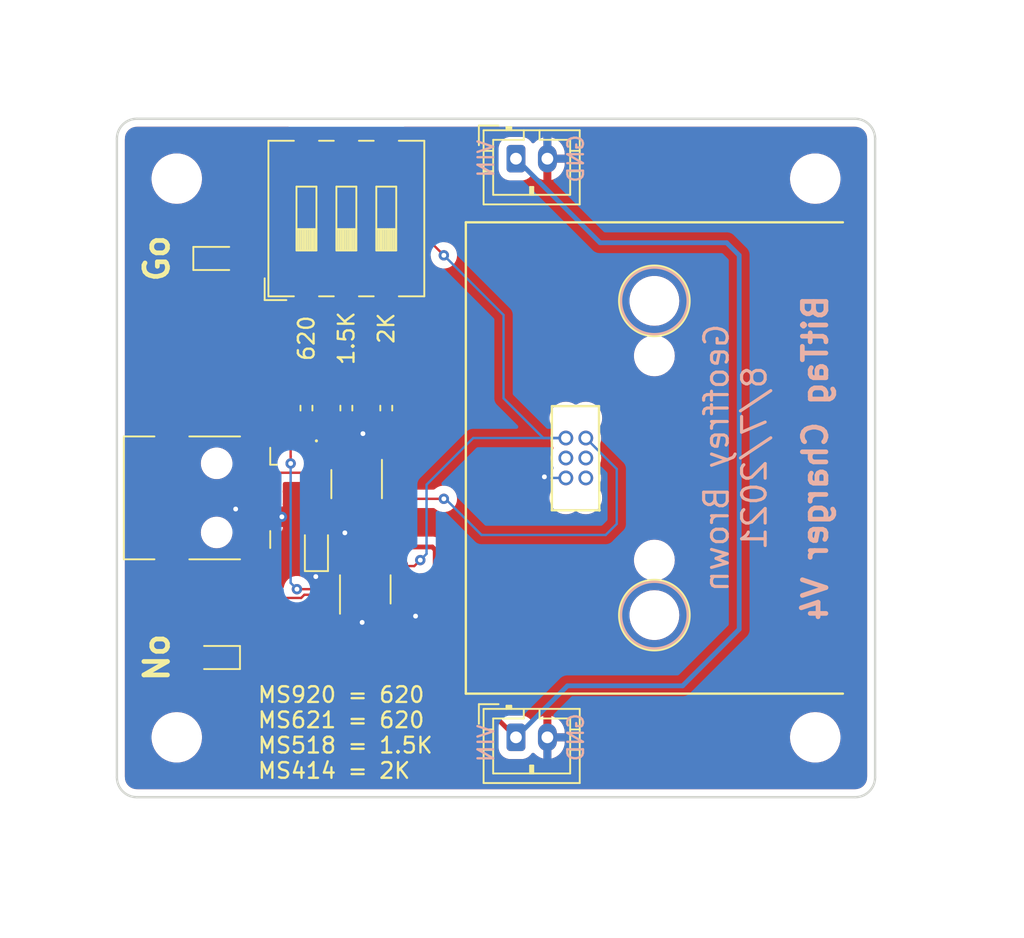
<source format=kicad_pcb>
(kicad_pcb (version 20211014) (generator pcbnew)
  (layers (0 "F.Cu" signal) (31 "B.Cu" signal) (34 "B.Paste" user) (35 "F.Paste" user) (36 "B.SilkS" user "B.Silkscreen") (37 "F.SilkS" user "F.Silkscreen") (38 "B.Mask" user) (39 "F.Mask" user) (44 "Edge.Cuts" user))
  (net 0 "")
  (net 1 "+3V3")
  (net 2 "GND")
  (net 3 "/VIN")
  (net 4 "TAG_VBAT")
  (net 5 "Net-(D102-Pad2)")
  (net 6 "Net-(D101-Pad1)")
  (net 7 "Net-(D103-Pad1)")
  (net 8 "Net-(R101-Pad1)")
  (net 9 "/Vsense")
  (net 10 "Net-(R105-Pad1)")
  (net 11 "Net-(D104-Pad2)")
  (net 12 "Net-(R1-Pad1)")
  (net 13 "Net-(R106-Pad1)")
  (net 14 "Net-(R107-Pad1)")
  (footprint "Package_TO_SOT_SMD:SOT-23-5" (layer "F.Cu") (at 132.1 71.515 -90)
    (fp_text reference "U106" hide)
    (fp_text value "TLV70A933_SOT23-5" hide)
    (fp_line (start -0.9 1.61) (end 0.9 1.61) (layer "F.SilkS") (width 0.12))
    (fp_line (start 0.9 -1.61) (end -1.55 -1.61) (layer "F.SilkS") (width 0.12))
    (pad "1" smd rect locked (at -1.1 -0.95 270) (size 1.06 0.65) (layers "F.Cu" "F.Paste" "F.Mask") (net 1 "+3V3"))
    (pad "2" smd rect locked (at -1.1 0 270) (size 1.06 0.65) (layers "F.Cu" "F.Paste" "F.Mask") (net 2 "GND"))
    (pad "3" smd rect locked (at -1.1 0.95 270) (size 1.06 0.65) (layers "F.Cu" "F.Paste" "F.Mask") (net 3 "/VIN"))
    (pad "4" smd rect locked (at 1.1 0.95 270) (size 1.06 0.65) (layers "F.Cu" "F.Paste" "F.Mask"))
    (pad "5" smd rect locked (at 1.1 -0.95 270) (size 1.06 0.65) (layers "F.Cu" "F.Paste" "F.Mask") (net 3 "/VIN"))
  )
  (footprint "Package_TO_SOT_SMD:SOT-23-6" (layer "F.Cu") (at 132.65 78.215 90)
    (fp_text reference "U101" hide)
    (fp_text value "TLV6700" hide)
    (fp_line (start -0.9 1.61) (end 0.9 1.61) (layer "F.SilkS") (width 0.12))
    (fp_line (start 0.9 -1.61) (end -1.55 -1.61) (layer "F.SilkS") (width 0.12))
    (pad "1" smd rect locked (at -1.1 -0.95 90) (size 1.06 0.65) (layers "F.Cu" "F.Paste" "F.Mask") (net 8 "Net-(R101-Pad1)"))
    (pad "2" smd rect locked (at -1.1 0 90) (size 1.06 0.65) (layers "F.Cu" "F.Paste" "F.Mask") (net 2 "GND"))
    (pad "3" smd rect locked (at -1.1 0.95 90) (size 1.06 0.65) (layers "F.Cu" "F.Paste" "F.Mask") (net 9 "/Vsense"))
    (pad "4" smd rect locked (at 1.1 0.95 90) (size 1.06 0.65) (layers "F.Cu" "F.Paste" "F.Mask") (net 9 "/Vsense"))
    (pad "5" smd rect locked (at 1.1 0 90) (size 1.06 0.65) (layers "F.Cu" "F.Paste" "F.Mask") (net 3 "/VIN"))
    (pad "6" smd rect locked (at 1.1 -0.95 90) (size 1.06 0.65) (layers "F.Cu" "F.Paste" "F.Mask") (net 10 "Net-(R105-Pad1)"))
  )
  (footprint "Mounting_Holes:MountingHole_2.2mm_M2" (layer "F.Cu") (at 120.65 87.63)
    (fp_text reference "MK101" hide)
    (fp_text value "Mounting_Hole" hide)
    (pad "" np_thru_hole circle locked (at 0 0) (size 2.2 2.2) (drill 2.2) (layers *.Cu *.Mask))
  )
  (footprint "Mounting_Holes:MountingHole_2.2mm_M2" (layer "F.Cu") (at 120.65 52.07)
    (fp_text reference "MK102" hide)
    (fp_text value "Mounting_Hole" hide)
    (pad "" np_thru_hole circle locked (at 0 0) (size 2.2 2.2) (drill 2.2) (layers *.Cu *.Mask))
  )
  (footprint "Mounting_Holes:MountingHole_2.2mm_M2" (layer "F.Cu") (at 161.29 52.07)
    (fp_text reference "MK103" hide)
    (fp_text value "Mounting_Hole" hide)
    (pad "" np_thru_hole circle locked (at 0 0) (size 2.2 2.2) (drill 2.2) (layers *.Cu *.Mask))
  )
  (footprint "Mounting_Holes:MountingHole_2.2mm_M2" (layer "F.Cu") (at 161.29 87.63)
    (fp_text reference "MK104" hide)
    (fp_text value "Mounting_Hole" hide)
    (pad "" np_thru_hole circle locked (at 0 0) (size 2.2 2.2) (drill 2.2) (layers *.Cu *.Mask))
  )
  (footprint "MultiCharger:6pin_tagpoints_new_offset" (layer "F.Cu") (at 146.05 69.85 90)
    (fp_text reference "J103" hide)
    (fp_text value "Tagbase" hide)
    (fp_circle (center 10 5) (end 11.5 6.5) (layer "B.SilkS") (width 0.15) (fill none))
    (fp_circle (center -10 5) (end -8.5 6.5) (layer "B.SilkS") (width 0.15) (fill none))
    (fp_line (start -15 -7) (end -15 17) (layer "F.SilkS") (width 0.15))
    (fp_line (start 15 17) (end 15 -7) (layer "F.SilkS") (width 0.15))
    (fp_line (start 3.302 1.4732) (end -3.3528 1.4986) (layer "F.SilkS") (width 0.15))
    (fp_line (start -3.3274 1.524) (end -3.3274 -1.524) (layer "F.SilkS") (width 0.15))
    (fp_line (start -3.3274 -1.524) (end 3.302 -1.524) (layer "F.SilkS") (width 0.15))
    (fp_line (start 3.302 -1.4732) (end 3.302 1.4748) (layer "F.SilkS") (width 0.15))
    (fp_line (start 15 -7) (end -15 -7) (layer "F.SilkS") (width 0.15))
    (fp_circle (center 10 5) (end 11 7) (layer "F.SilkS") (width 0.15) (fill none))
    (fp_circle (center -10 5) (end -9 7) (layer "F.SilkS") (width 0.15) (fill none))
    (pad "" np_thru_hole circle locked (at 2.54 0.635 90) (size 1.0668 1.0668) (drill 1.0668) (layers *.Cu))
    (pad "" np_thru_hole circle locked (at -2.54 -0.635 90) (size 1.0668 1.0668) (drill 1.0668) (layers *.Cu))
    (pad "" np_thru_hole circle locked (at -6.5 5 90) (size 1.5875 1.5875) (drill 1.5875) (layers *.Cu *.Mask))
    (pad "" np_thru_hole circle locked (at 2.54 -0.635 90) (size 1.0668 1.0668) (drill 1.0668) (layers *.Cu))
    (pad "" np_thru_hole circle locked (at -10 5 90) (size 2.16 2.16) (drill 2.16) (layers *.Cu *.Mask))
    (pad "" np_thru_hole circle locked (at 6.5 5 90) (size 1.5875 1.5875) (drill 1.5875) (layers *.Cu *.Mask))
    (pad "" np_thru_hole circle locked (at -2.54 0.635 90) (size 1.0668 1.0668) (drill 1.0668) (layers *.Cu))
    (pad "" np_thru_hole circle locked (at 10 5 90) (size 2.16 2.16) (drill 2.16) (layers *.Cu *.Mask))
    (pad "1" thru_hole circle locked (at -1.27 0.635 90) (size 0.9398 0.9398) (drill 0.6096) (layers *.Cu *.Mask))
    (pad "2" thru_hole circle locked (at -1.27 -0.635 90) (size 0.9398 0.9398) (drill 0.6096) (layers *.Cu *.Mask) (net 2 "GND"))
    (pad "3" thru_hole circle locked (at 0 0.635 90) (size 0.9398 0.9398) (drill 0.6096) (layers *.Cu *.Mask))
    (pad "4" thru_hole circle locked (at 0 -0.635 90) (size 0.9398 0.9398) (drill 0.6096) (layers *.Cu *.Mask))
    (pad "5" thru_hole circle locked (at 1.27 0.635 90) (size 0.9398 0.9398) (drill 0.6096) (layers *.Cu *.Mask) (net 1 "+3V3"))
    (pad "6" thru_hole circle locked (at 1.27 -0.635 90) (size 0.9398 0.9398) (drill 0.6096) (layers *.Cu *.Mask) (net 4 "TAG_VBAT"))
  )
  (footprint "Capacitor_SMD:C_0402_1005Metric" (layer "F.Cu") (at 132.05 75.515 180)
    (fp_text reference "C101" hide)
    (fp_text value "0.1uF" hide)
    (pad "1" smd roundrect locked (at -0.485 0 180) (size 0.59 0.64) (layers "F.Cu" "F.Paste" "F.Mask") (net 3 "/VIN"))
    (pad "2" smd roundrect locked (at 0.485 0 180) (size 0.59 0.64) (layers "F.Cu" "F.Paste" "F.Mask") (net 2 "GND"))
  )
  (footprint "Capacitor_SMD:C_0402_1005Metric" (layer "F.Cu") (at 131.5 69)
    (fp_text reference "C106" hide)
    (fp_text value "1uF" hide)
    (pad "1" smd roundrect locked (at -0.485 0) (size 0.59 0.64) (layers "F.Cu" "F.Paste" "F.Mask") (net 3 "/VIN"))
    (pad "2" smd roundrect locked (at 0.485 0) (size 0.59 0.64) (layers "F.Cu" "F.Paste" "F.Mask") (net 2 "GND"))
  )
  (footprint "Capacitor_SMD:C_0402_1005Metric" (layer "F.Cu") (at 133.5 69 180)
    (fp_text reference "C107" hide)
    (fp_text value "2.2uF" hide)
    (pad "1" smd roundrect locked (at -0.485 0 180) (size 0.59 0.64) (layers "F.Cu" "F.Paste" "F.Mask") (net 1 "+3V3"))
    (pad "2" smd roundrect locked (at 0.485 0 180) (size 0.59 0.64) (layers "F.Cu" "F.Paste" "F.Mask") (net 2 "GND"))
  )
  (footprint "LED_SMD:LED_0603_1608Metric" (layer "F.Cu") (at 123.19 82.55 180)
    (fp_text reference "D101" hide)
    (fp_text value "No Go" hide)
    (fp_line (start -1.485 0.735) (end 0.8 0.735) (layer "F.SilkS") (width 0.12))
    (fp_line (start 0.8 -0.735) (end -1.485 -0.735) (layer "F.SilkS") (width 0.12))
    (fp_line (start -1.485 -0.735) (end -1.485 0.735) (layer "F.SilkS") (width 0.12))
    (pad "1" smd roundrect locked (at -0.7875 0 180) (size 0.875 0.95) (layers "F.Cu" "F.Paste" "F.Mask") (net 6 "Net-(D101-Pad1)"))
    (pad "2" smd roundrect locked (at 0.7875 0 180) (size 0.875 0.95) (layers "F.Cu" "F.Paste" "F.Mask") (net 3 "/VIN"))
  )
  (footprint "LED_SMD:LED_0603_1608Metric" (layer "F.Cu") (at 129.54 75.565 90)
    (fp_text reference "D102" hide)
    (fp_text value "LED" hide)
    (fp_line (start -1.485 -0.735) (end -1.485 0.735) (layer "F.SilkS") (width 0.12))
    (fp_line (start 0.8 -0.735) (end -1.485 -0.735) (layer "F.SilkS") (width 0.12))
    (fp_line (start -1.485 0.735) (end 0.8 0.735) (layer "F.SilkS") (width 0.12))
    (pad "1" smd roundrect locked (at -0.7875 0 90) (size 0.875 0.95) (layers "F.Cu" "F.Paste" "F.Mask") (net 2 "GND"))
    (pad "2" smd roundrect locked (at 0.7875 0 90) (size 0.875 0.95) (layers "F.Cu" "F.Paste" "F.Mask") (net 5 "Net-(D102-Pad2)"))
  )
  (footprint "LED_SMD:LED_0603_1608Metric" (layer "F.Cu") (at 123.19 57.15)
    (fp_text reference "D103" hide)
    (fp_text value "Go" hide)
    (fp_line (start -1.485 -0.735) (end -1.485 0.735) (layer "F.SilkS") (width 0.12))
    (fp_line (start 0.8 -0.735) (end -1.485 -0.735) (layer "F.SilkS") (width 0.12))
    (fp_line (start -1.485 0.735) (end 0.8 0.735) (layer "F.SilkS") (width 0.12))
    (pad "1" smd roundrect locked (at -0.7875 0) (size 0.875 0.95) (layers "F.Cu" "F.Paste" "F.Mask") (net 7 "Net-(D103-Pad1)"))
    (pad "2" smd roundrect locked (at 0.7875 0) (size 0.875 0.95) (layers "F.Cu" "F.Paste" "F.Mask") (net 3 "/VIN"))
  )
  (footprint "Connector_USB:USB_Mini-B_Lumberg_2486_01_Horizontal" (layer "F.Cu") (at 123.19 72.39 -90)
    (fp_text reference "J104" hide)
    (fp_text value "USB_B_Mini" hide)
    (fp_line (start -2.11 -3.41) (end -2.11 -3.84) (layer "F.SilkS") (width 0.12))
    (fp_line (start 3.91 5.91) (end -3.91 5.91) (layer "F.SilkS") (width 0.12))
    (fp_line (start -3.91 5.91) (end -3.91 3.96) (layer "F.SilkS") (width 0.12))
    (fp_line (start -3.91 1.74) (end -3.91 -1.49) (layer "F.SilkS") (width 0.12))
    (fp_line (start -3.19 -3.41) (end -2.11 -3.41) (layer "F.SilkS") (width 0.12))
    (fp_line (start 2.11 -3.41) (end 3.19 -3.41) (layer "F.SilkS") (width 0.12))
    (fp_line (start 3.91 5.91) (end 3.91 3.96) (layer "F.SilkS") (width 0.12))
    (fp_line (start 3.91 1.74) (end 3.91 -1.49) (layer "F.SilkS") (width 0.12))
    (pad "" np_thru_hole circle locked (at 2.2 0 270) (size 1 1) (drill 1) (layers *.Cu *.Mask))
    (pad "" np_thru_hole circle locked (at -2.2 0 270) (size 1 1) (drill 1) (layers *.Cu *.Mask))
    (pad "1" smd rect locked (at -1.6 -2.7 270) (size 0.5 2) (layers "F.Cu" "F.Paste" "F.Mask") (net 11 "Net-(D104-Pad2)"))
    (pad "2" smd rect locked (at -0.8 -2.7 270) (size 0.5 2) (layers "F.Cu" "F.Paste" "F.Mask"))
    (pad "3" smd rect locked (at 0 -2.7 270) (size 0.5 2) (layers "F.Cu" "F.Paste" "F.Mask"))
    (pad "4" smd rect locked (at 0.8 -2.7 270) (size 0.5 2) (layers "F.Cu" "F.Paste" "F.Mask") (net 2 "GND"))
    (pad "5" smd rect locked (at 1.6 -2.7 270) (size 0.5 2) (layers "F.Cu" "F.Paste" "F.Mask") (net 2 "GND"))
    (pad "6" smd rect locked (at 4.45 -2.6 270) (size 2 1.7) (layers "F.Cu" "F.Paste" "F.Mask") (net 2 "GND"))
    (pad "6" smd rect locked (at -4.45 2.85 270) (size 2 1.7) (layers "F.Cu" "F.Paste" "F.Mask") (net 2 "GND"))
    (pad "6" smd rect locked (at -4.45 -2.6 270) (size 2 1.7) (layers "F.Cu" "F.Paste" "F.Mask") (net 2 "GND"))
    (pad "6" smd rect locked (at 4.45 2.85 270) (size 2 1.7) (layers "F.Cu" "F.Paste" "F.Mask") (net 2 "GND"))
  )
  (footprint "Resistor_SMD:R_0402_1005Metric" (layer "F.Cu") (at 128.905 66.675 -90)
    (fp_text reference "R1" hide)
    (fp_text value "620" hide)
    (fp_line (start -0.153641 0.38) (end 0.153641 0.38) (layer "F.SilkS") (width 0.12))
    (fp_line (start -0.153641 -0.38) (end 0.153641 -0.38) (layer "F.SilkS") (width 0.12))
    (pad "1" smd roundrect locked (at -0.51 0 270) (size 0.54 0.64) (layers "F.Cu" "F.Paste" "F.Mask") (net 12 "Net-(R1-Pad1)"))
    (pad "2" smd roundrect locked (at 0.51 0 270) (size 0.54 0.64) (layers "F.Cu" "F.Paste" "F.Mask") (net 1 "+3V3"))
  )
  (footprint "Resistor_SMD:R_0402_1005Metric" (layer "F.Cu") (at 129.54 72.39 -90)
    (fp_text reference "R102" hide)
    (fp_text value "1K" hide)
    (pad "1" smd roundrect locked (at -0.485 0 270) (size 0.59 0.64) (layers "F.Cu" "F.Paste" "F.Mask") (net 11 "Net-(D104-Pad2)"))
    (pad "2" smd roundrect locked (at 0.485 0 270) (size 0.59 0.64) (layers "F.Cu" "F.Paste" "F.Mask") (net 5 "Net-(D102-Pad2)"))
  )
  (footprint "Resistor_SMD:R_0402_1005Metric" (layer "F.Cu") (at 135.05 77.215 -90)
    (fp_text reference "R103" hide)
    (fp_text value "910K" hide)
    (pad "1" smd roundrect locked (at -0.485 0 270) (size 0.59 0.64) (layers "F.Cu" "F.Paste" "F.Mask") (net 4 "TAG_VBAT"))
    (pad "2" smd roundrect locked (at 0.485 0 270) (size 0.59 0.64) (layers "F.Cu" "F.Paste" "F.Mask") (net 9 "/Vsense"))
  )
  (footprint "Resistor_SMD:R_0402_1005Metric" (layer "F.Cu") (at 135.05 79.215 -90)
    (fp_text reference "R104" hide)
    (fp_text value "130K" hide)
    (pad "1" smd roundrect locked (at -0.485 0 270) (size 0.59 0.64) (layers "F.Cu" "F.Paste" "F.Mask") (net 9 "/Vsense"))
    (pad "2" smd roundrect locked (at 0.485 0 270) (size 0.59 0.64) (layers "F.Cu" "F.Paste" "F.Mask") (net 2 "GND"))
  )
  (footprint "Resistor_SMD:R_0402_1005Metric" (layer "F.Cu") (at 122.555 59.69 180)
    (fp_text reference "R105" hide)
    (fp_text value "1K" hide)
    (pad "1" smd roundrect locked (at -0.485 0 180) (size 0.59 0.64) (layers "F.Cu" "F.Paste" "F.Mask") (net 10 "Net-(R105-Pad1)"))
    (pad "2" smd roundrect locked (at 0.485 0 180) (size 0.59 0.64) (layers "F.Cu" "F.Paste" "F.Mask") (net 7 "Net-(D103-Pad1)"))
  )
  (footprint "Connector_JST:JST_PH_B2B-PH-K_1x02_P2.00mm_Vertical" (layer "F.Cu") (at 142.24 50.8)
    (fp_text reference "J101" hide)
    (fp_text value "Conn_01x02" hide)
    (fp_line (start 4.06 -0.5) (end 3.45 -0.5) (layer "F.SilkS") (width 0.12))
    (fp_line (start 0.5 -1.2) (end -1.45 -1.2) (layer "F.SilkS") (width 0.12))
    (fp_line (start -2.06 0.8) (end -1.45 0.8) (layer "F.SilkS") (width 0.12))
    (fp_line (start -2.06 -0.5) (end -1.45 -0.5) (layer "F.SilkS") (width 0.12))
    (fp_line (start -2.06 -1.81) (end -2.06 2.91) (layer "F.SilkS") (width 0.12))
    (fp_line (start -1.11 -2.11) (end -2.36 -2.11) (layer "F.SilkS") (width 0.12))
    (fp_line (start -0.3 -1.91) (end -0.6 -1.91) (layer "F.SilkS") (width 0.12))
    (fp_line (start 1 2.3) (end 1 1.8) (layer "F.SilkS") (width 0.12))
    (fp_line (start -2.36 -2.11) (end -2.36 -0.86) (layer "F.SilkS") (width 0.12))
    (fp_line (start -0.6 -2.01) (end -0.6 -1.81) (layer "F.SilkS") (width 0.12))
    (fp_line (start -0.3 -1.81) (end -0.3 -2.01) (layer "F.SilkS") (width 0.12))
    (fp_line (start -0.3 -2.01) (end -0.6 -2.01) (layer "F.SilkS") (width 0.12))
    (fp_line (start 1.1 1.8) (end 1.1 2.3) (layer "F.SilkS") (width 0.12))
    (fp_line (start 3.45 2.3) (end 3.45 -1.2) (layer "F.SilkS") (width 0.12))
    (fp_line (start 4.06 2.91) (end 4.06 -1.81) (layer "F.SilkS") (width 0.12))
    (fp_line (start 1.5 -1.2) (end 1.5 -1.81) (layer "F.SilkS") (width 0.12))
    (fp_line (start 0.9 1.8) (end 1.1 1.8) (layer "F.SilkS") (width 0.12))
    (fp_line (start 0.5 -1.81) (end 0.5 -1.2) (layer "F.SilkS") (width 0.12))
    (fp_line (start -2.06 2.91) (end 4.06 2.91) (layer "F.SilkS") (width 0.12))
    (fp_line (start 4.06 0.8) (end 3.45 0.8) (layer "F.SilkS") (width 0.12))
    (fp_line (start -1.45 -1.2) (end -1.45 2.3) (layer "F.SilkS") (width 0.12))
    (fp_line (start 3.45 -1.2) (end 1.5 -1.2) (layer "F.SilkS") (width 0.12))
    (fp_line (start 4.06 -1.81) (end -2.06 -1.81) (layer "F.SilkS") (width 0.12))
    (fp_line (start -1.45 2.3) (end 3.45 2.3) (layer "F.SilkS") (width 0.12))
    (fp_line (start 0.9 2.3) (end 0.9 1.8) (layer "F.SilkS") (width 0.12))
    (pad "1" thru_hole roundrect locked (at 0 0) (size 1.2 1.75) (drill 0.75) (layers *.Cu *.Mask) (roundrect_rratio 0.208333) (net 3 "/VIN"))
    (pad "2" thru_hole oval locked (at 2 0) (size 1.2 1.75) (drill 0.75) (layers *.Cu *.Mask) (net 2 "GND"))
  )
  (footprint "Connector_JST:JST_PH_B2B-PH-K_1x02_P2.00mm_Vertical" (layer "F.Cu") (at 142.24 87.63)
    (fp_text reference "J102" hide)
    (fp_text value "Conn_01x02" hide)
    (fp_line (start -2.36 -2.11) (end -2.36 -0.86) (layer "F.SilkS") (width 0.12))
    (fp_line (start 3.45 2.3) (end 3.45 -1.2) (layer "F.SilkS") (width 0.12))
    (fp_line (start -2.06 -0.5) (end -1.45 -0.5) (layer "F.SilkS") (width 0.12))
    (fp_line (start -2.06 2.91) (end 4.06 2.91) (layer "F.SilkS") (width 0.12))
    (fp_line (start -0.3 -1.91) (end -0.6 -1.91) (layer "F.SilkS") (width 0.12))
    (fp_line (start -0.6 -2.01) (end -0.6 -1.81) (layer "F.SilkS") (width 0.12))
    (fp_line (start -0.3 -2.01) (end -0.6 -2.01) (layer "F.SilkS") (width 0.12))
    (fp_line (start -0.3 -1.81) (end -0.3 -2.01) (layer "F.SilkS") (width 0.12))
    (fp_line (start -1.45 -1.2) (end -1.45 2.3) (layer "F.SilkS") (width 0.12))
    (fp_line (start 4.06 2.91) (end 4.06 -1.81) (layer "F.SilkS") (width 0.12))
    (fp_line (start 4.06 -1.81) (end -2.06 -1.81) (layer "F.SilkS") (width 0.12))
    (fp_line (start 1.1 1.8) (end 1.1 2.3) (layer "F.SilkS") (width 0.12))
    (fp_line (start 0.5 -1.2) (end -1.45 -1.2) (layer "F.SilkS") (width 0.12))
    (fp_line (start -2.06 -1.81) (end -2.06 2.91) (layer "F.SilkS") (width 0.12))
    (fp_line (start 4.06 -0.5) (end 3.45 -0.5) (layer "F.SilkS") (width 0.12))
    (fp_line (start -1.45 2.3) (end 3.45 2.3) (layer "F.SilkS") (width 0.12))
    (fp_line (start 4.06 0.8) (end 3.45 0.8) (layer "F.SilkS") (width 0.12))
    (fp_line (start 0.9 2.3) (end 0.9 1.8) (layer "F.SilkS") (width 0.12))
    (fp_line (start 3.45 -1.2) (end 1.5 -1.2) (layer "F.SilkS") (width 0.12))
    (fp_line (start 1 2.3) (end 1 1.8) (layer "F.SilkS") (width 0.12))
    (fp_line (start -1.11 -2.11) (end -2.36 -2.11) (layer "F.SilkS") (width 0.12))
    (fp_line (start 0.9 1.8) (end 1.1 1.8) (layer "F.SilkS") (width 0.12))
    (fp_line (start -2.06 0.8) (end -1.45 0.8) (layer "F.SilkS") (width 0.12))
    (fp_line (start 0.5 -1.81) (end 0.5 -1.2) (layer "F.SilkS") (width 0.12))
    (fp_line (start 1.5 -1.2) (end 1.5 -1.81) (layer "F.SilkS") (width 0.12))
    (pad "1" thru_hole roundrect locked (at 0 0) (size 1.2 1.75) (drill 0.75) (layers *.Cu *.Mask) (roundrect_rratio 0.208333) (net 3 "/VIN"))
    (pad "2" thru_hole oval locked (at 2 0) (size 1.2 1.75) (drill 0.75) (layers *.Cu *.Mask) (net 2 "GND"))
  )
  (footprint "Resistor_SMD:R_0402_1005Metric" (layer "F.Cu") (at 131.445 66.675 -90)
    (fp_text reference "R106" hide)
    (fp_text value "1500" hide)
    (fp_line (start -0.153641 -0.38) (end 0.153641 -0.38) (layer "F.SilkS") (width 0.12))
    (fp_line (start -0.153641 0.38) (end 0.153641 0.38) (layer "F.SilkS") (width 0.12))
    (pad "1" smd roundrect locked (at -0.51 0 270) (size 0.54 0.64) (layers "F.Cu" "F.Paste" "F.Mask") (net 13 "Net-(R106-Pad1)"))
    (pad "2" smd roundrect locked (at 0.51 0 270) (size 0.54 0.64) (layers "F.Cu" "F.Paste" "F.Mask") (net 1 "+3V3"))
  )
  (footprint "Button_Switch_SMD:SW_DIP_SPSTx03_Slide_9.78x9.8mm_W8.61mm_P2.54mm" (layer "F.Cu") (at 131.445 54.61 90)
    (fp_text reference "SW101" hide)
    (fp_text value "SW_DIP_x03" hide)
    (fp_line (start 2.03 -3.175) (end -2.03 -3.175) (layer "F.SilkS") (width 0.12))
    (fp_line (start -2.03 -0.395) (end -0.676667 -0.395) (layer "F.SilkS") (width 0.12))
    (fp_line (start -2.03 -2.815) (end -0.676667 -2.815) (layer "F.SilkS") (width 0.12))
    (fp_line (start 2.03 0.635) (end 2.03 -0.635) (layer "F.SilkS") (width 0.12))
    (fp_line (start -2.03 -0.275) (end -0.676667 -0.275) (layer "F.SilkS") (width 0.12))
    (fp_line (start -2.03 2.505) (end -0.676667 2.505) (layer "F.SilkS") (width 0.12))
    (fp_line (start -4.95 3.34) (end -4.95 4.96) (layer "F.SilkS") (width 0.12))
    (fp_line (start -2.03 -2.335) (end -0.676667 -2.335) (layer "F.SilkS") (width 0.12))
    (fp_line (start -2.03 -2.215) (end -0.676667 -2.215) (layer "F.SilkS") (width 0.12))
    (fp_line (start -2.03 3.175) (end 2.03 3.175) (layer "F.SilkS") (width 0.12))
    (fp_line (start -2.03 2.385) (end -0.676667 2.385) (layer "F.SilkS") (width 0.12))
    (fp_line (start -2.03 2.865) (end -0.676667 2.865) (layer "F.SilkS") (width 0.12))
    (fp_line (start 4.95 3.34) (end 4.95 4.96) (layer "F.SilkS") (width 0.12))
    (fp_line (start -0.676667 -3.175) (end -0.676667 -1.905) (layer "F.SilkS") (width 0.12))
    (fp_line (start 2.03 -0.635) (end -2.03 -0.635) (layer "F.SilkS") (width 0.12))
    (fp_line (start -2.03 2.025) (end -0.676667 2.025) (layer "F.SilkS") (width 0.12))
    (fp_line (start -2.03 -0.035) (end -0.676667 -0.035) (layer "F.SilkS") (width 0.12))
    (fp_line (start -2.03 2.145) (end -0.676667 2.145) (layer "F.SilkS") (width 0.12))
    (fp_line (start -2.03 0.445) (end -0.676667 0.445) (layer "F.SilkS") (width 0.12))
    (fp_line (start 2.03 -1.905) (end 2.03 -3.175) (layer "F.SilkS") (width 0.12))
    (fp_line (start -4.95 0.8) (end -4.95 1.74) (layer "F.SilkS") (width 0.12))
    (fp_line (start -2.03 2.265) (end -0.676667 2.265) (layer "F.SilkS") (width 0.12))
    (fp_line (start 4.95 -1.74) (end 4.95 -0.8) (layer "F.SilkS") (width 0.12))
    (fp_line (start -2.03 -2.575) (end -0.676667 -2.575) (layer "F.SilkS") (width 0.12))
    (fp_line (start -2.03 0.565) (end -0.676667 0.565) (layer "F.SilkS") (width 0.12))
    (fp_line (start -4.95 -4.96) (end -4.95 -3.34) (layer "F.SilkS") (width 0.12))
    (fp_line (start 2.03 3.175) (end 2.03 1.905) (layer "F.SilkS") (width 0.12))
    (fp_line (start -4.95 4.96) (end 4.95 4.96) (layer "F.SilkS") (width 0.12))
    (fp_line (start -2.03 -2.095) (end -0.676667 -2.095) (layer "F.SilkS") (width 0.12))
    (fp_line (start -0.676667 -0.635) (end -0.676667 0.635) (layer "F.SilkS") (width 0.12))
    (fp_line (start -2.03 -0.515) (end -0.676667 -0.515) (layer "F.SilkS") (width 0.12))
    (fp_line (start 2.03 1.905) (end -2.03 1.905) (layer "F.SilkS") (width 0.12))
    (fp_line (start 4.95 -4.96) (end 4.95 -3.34) (layer "F.SilkS") (width 0.12))
    (fp_line (start -4.95 -4.96) (end 4.95 -4.96) (layer "F.SilkS") (width 0.12))
    (fp_line (start -2.03 2.625) (end -0.676667 2.625) (layer "F.SilkS") (width 0.12))
    (fp_line (start -2.03 -2.935) (end -0.676667 -2.935) (layer "F.SilkS") (width 0.12))
    (fp_line (start -2.03 3.105) (end -0.676667 3.105) (layer "F.SilkS") (width 0.12))
    (fp_line (start -2.03 -2.695) (end -0.676667 -2.695) (layer "F.SilkS") (width 0.12))
    (fp_line (start -4.95 -1.74) (end -4.95 -0.8) (layer "F.SilkS") (width 0.12))
    (fp_line (start -5.19 -5.2) (end -3.806 -5.2) (layer "F.SilkS") (width 0.12))
    (fp_line (start -2.03 -0.635) (end -2.03 0.635) (layer "F.SilkS") (width 0.12))
    (fp_line (start -2.03 -1.975) (end -0.676667 -1.975) (layer "F.SilkS") (width 0.12))
    (fp_line (start -2.03 1.905) (end -2.03 3.175) (layer "F.SilkS") (width 0.12))
    (fp_line (start -2.03 2.745) (end -0.676667 2.745) (layer "F.SilkS") (width 0.12))
    (fp_line (start -2.03 -1.905) (end 2.03 -1.905) (layer "F.SilkS") (width 0.12))
    (fp_line (start -2.03 0.635) (end 2.03 0.635) (layer "F.SilkS") (width 0.12))
    (fp_line (start -2.03 0.085) (end -0.676667 0.085) (layer "F.SilkS") (width 0.12))
    (fp_line (start -5.19 -5.2) (end -5.19 -3.817) (layer "F.SilkS") (width 0.12))
    (fp_line (start -2.03 -0.155) (end -0.676667 -0.155) (layer "F.SilkS") (width 0.12))
    (fp_line (start -2.03 -3.055) (end -0.676667 -3.055) (layer "F.SilkS") (width 0.12))
    (fp_line (start -2.03 -3.175) (end -2.03 -1.905) (layer "F.SilkS") (width 0.12))
    (fp_line (start -2.03 0.325) (end -0.676667 0.325) (layer "F.SilkS") (width 0.12))
    (fp_line (start -2.03 -2.455) (end -0.676667 -2.455) (layer "F.SilkS") (width 0.12))
    (fp_line (start -2.03 2.985) (end -0.676667 2.985) (layer "F.SilkS") (width 0.12))
    (fp_line (start -2.03 0.205) (end -0.676667 0.205) (layer "F.SilkS") (width 0.12))
    (fp_line (start 4.95 0.8) (end 4.95 1.74) (layer "F.SilkS") (width 0.12))
    (fp_line (start -0.676667 1.905) (end -0.676667 3.175) (layer "F.SilkS") (width 0.12))
    (pad "1" smd rect locked (at -4.305 -2.54 90) (size 2.44 1.12) (layers "F.Cu" "F.Paste" "F.Mask") (net 12 "Net-(R1-Pad1)"))
    (pad "2" smd rect locked (at -4.305 0 90) (size 2.44 1.12) (layers "F.Cu" "F.Paste" "F.Mask") (net 13 "Net-(R106-Pad1)"))
    (pad "3" smd rect locked (at -4.305 2.54 90) (size 2.44 1.12) (layers "F.Cu" "F.Paste" "F.Mask") (net 14 "Net-(R107-Pad1)"))
    (pad "4" smd rect locked (at 4.305 2.54 90) (size 2.44 1.12) (layers "F.Cu" "F.Paste" "F.Mask") (net 4 "TAG_VBAT"))
    (pad "5" smd rect locked (at 4.305 0 90) (size 2.44 1.12) (layers "F.Cu" "F.Paste" "F.Mask") (net 4 "TAG_VBAT"))
    (pad "6" smd rect locked (at 4.305 -2.54 90) (size 2.44 1.12) (layers "F.Cu" "F.Paste" "F.Mask") (net 4 "TAG_VBAT"))
  )
  (footprint "Diode_SMD:D_0402_1005Metric" (layer "F.Cu") (at 129.54 69.85 -90)
    (fp_text reference "D104" hide)
    (fp_text value "D" hide)
    (fp_circle (center -1.09 0) (end -1.04 0) (layer "F.SilkS") (width 0.1) (fill none))
    (pad "1" smd roundrect locked (at -0.485 0 270) (size 0.59 0.64) (layers "F.Cu" "F.Paste" "F.Mask") (net 3 "/VIN"))
    (pad "2" smd roundrect locked (at 0.485 0 270) (size 0.59 0.64) (layers "F.Cu" "F.Paste" "F.Mask") (net 11 "Net-(D104-Pad2)"))
  )
  (footprint "Resistor_SMD:R_0402_1005Metric" (layer "F.Cu") (at 133.985 66.675 -90)
    (fp_text reference "R107" hide)
    (fp_text value "2000" hide)
    (fp_line (start -0.153641 0.38) (end 0.153641 0.38) (layer "F.SilkS") (width 0.12))
    (fp_line (start -0.153641 -0.38) (end 0.153641 -0.38) (layer "F.SilkS") (width 0.12))
    (pad "1" smd roundrect locked (at -0.51 0 270) (size 0.54 0.64) (layers "F.Cu" "F.Paste" "F.Mask") (net 14 "Net-(R107-Pad1)"))
    (pad "2" smd roundrect locked (at 0.51 0 270) (size 0.54 0.64) (layers "F.Cu" "F.Paste" "F.Mask") (net 1 "+3V3"))
  )
  (footprint "Resistor_SMD:R_0402_1005Metric" (layer "F.Cu") (at 126.365 82.55 180)
    (fp_text reference "R101" hide)
    (fp_text value "1K" hide)
    (pad "1" smd roundrect locked (at -0.485 0 180) (size 0.59 0.64) (layers "F.Cu" "F.Paste" "F.Mask") (net 8 "Net-(R101-Pad1)"))
    (pad "2" smd roundrect locked (at 0.485 0 180) (size 0.59 0.64) (layers "F.Cu" "F.Paste" "F.Mask") (net 6 "Net-(D101-Pad1)"))
  )
  (gr_arc (start 165.1 90.17) (mid 164.728026 91.068026) (end 163.83 91.44) (layer "Edge.Cuts") (width 0.15))
  (gr_arc (start 118.11 91.44) (mid 117.211974 91.068026) (end 116.84 90.17) (layer "Edge.Cuts") (width 0.15))
  (gr_line (start 165.1 49.53) (end 165.1 90.17) (layer "Edge.Cuts") (width 0.15))
  (gr_line (start 118.11 48.26) (end 163.83 48.26) (layer "Edge.Cuts") (width 0.15))
  (gr_arc (start 116.84 49.53) (mid 117.211974 48.631974) (end 118.11 48.26) (layer "Edge.Cuts") (width 0.15))
  (gr_line (start 163.83 91.44) (end 118.11 91.44) (layer "Edge.Cuts") (width 0.15))
  (gr_line (start 116.84 90.17) (end 116.84 49.53) (layer "Edge.Cuts") (width 0.15))
  (gr_arc (start 163.83 48.26) (mid 164.728026 48.631974) (end 165.1 49.53) (layer "Edge.Cuts") (width 0.15))
  (gr_text "BitTag Charger V4" (at 161.29 69.85 90) (layer "B.SilkS") (effects (font (size 1.5 1.5) (thickness 0.3)) (justify mirror)))
  (gr_text "GND" (at 146.05 87.63 90) (layer "B.SilkS") (effects (font (size 1 1)) (justify mirror)))
  (gr_text " VIN" (at 140.335 87.63 90) (layer "B.SilkS") (effects (font (size 1 1)) (justify mirror)))
  (gr_text "Geoffrey Brown\n8/7/2021" (at 156.21 69.85 90) (layer "B.SilkS") (effects (font (size 1.5 1.5) (thickness 0.2)) (justify mirror)))
  (gr_text "VIN" (at 140.335 50.8 90) (layer "B.SilkS") (effects (font (size 1 1)) (justify mirror)))
  (gr_text "GND" (at 146.05 50.8 90) (layer "B.SilkS") (effects (font (size 1 1)) (justify mirror)))
  (gr_text "No" (at 119.38 82.55 90) (layer "F.SilkS") (effects (font (size 1.5 1.5) (thickness 0.3))))
  (gr_text "2K" (at 133.985 61.595 90) (layer "F.SilkS") (effects (font (size 1 1))))
  (gr_text "620" (at 128.905 62.23 90) (layer "F.SilkS") (effects (font (size 1 1))))
  (gr_text "Go" (at 119.38 57.15 90) (layer "F.SilkS") (effects (font (size 1.5 1.5) (thickness 0.3))))
  (gr_text "\n\nMS920 = 620\nMS621 = 620\nMS518 = 1.5K\nMS414 = 2K" (at 125.73 85.725) (layer "F.SilkS") (effects (font (size 1 1)) (justify left)))
  (gr_text "1.5K" (at 131.445 62.23 90) (layer "F.SilkS") (effects (font (size 1 1))))
  (segment (start 131.445 67.185) (end 133.985 67.185) (width 0.1524) (layer "F.Cu") (net 1))
  (segment (start 135.085 72.45) (end 133.05 70.415) (width 0.1524) (layer "F.Cu") (net 1))
  (segment (start 133.985 67.185) (end 133.985 69) (width 0.1524) (layer "F.Cu") (net 1))
  (segment (start 133.05 70.415) (end 133.05 69.935) (width 0.1524) (layer "F.Cu") (net 1))
  (segment (start 137.65 72.45) (end 135.085 72.45) (width 0.1524) (layer "F.Cu") (net 1))
  (segment (start 133.05 69.935) (end 133.985 69) (width 0.1524) (layer "F.Cu") (net 1))
  (segment (start 128.905 67.185) (end 131.445 67.185) (width 0.1524) (layer "F.Cu") (net 1))
  (via (at 137.65 72.45) (size 0.6604) (drill 0.3048) (layers "F.Cu" "B.Cu") (net 1))
  (segment (start 147.95 74.75) (end 140.05 74.75) (width 0.1524) (layer "B.Cu") (net 1))
  (segment (start 140.05 74.75) (end 137.75 72.45) (width 0.1524) (layer "B.Cu") (net 1))
  (segment (start 148.655 74.045) (end 147.95 74.75) (width 0.1524) (layer "B.Cu") (net 1))
  (segment (start 148.655 70.55) (end 148.655 74.045) (width 0.1524) (layer "B.Cu") (net 1))
  (segment (start 137.75 72.45) (end 137.65 72.45) (width 0.1524) (layer "B.Cu") (net 1))
  (segment (start 146.685 68.58) (end 148.655 70.55) (width 0.1524) (layer "B.Cu") (net 1))
  (segment (start 135.75 79.915) (end 135.85 79.915) (width 0.1524) (layer "F.Cu") (net 2))
  (segment (start 132.1 69.115) (end 131.985 69) (width 0.1524) (layer "F.Cu") (net 2))
  (segment (start 135.05 79.7) (end 135.384168 80.034168) (width 0.1524) (layer "F.Cu") (net 2))
  (segment (start 135.630832 80.034168) (end 135.75 79.915) (width 0.1524) (layer "F.Cu") (net 2))
  (segment (start 132.65 79.315) (end 132.65 79.9974) (width 0.1524) (layer "F.Cu") (net 2))
  (segment (start 125.89 73.99) (end 125.89 76.74) (width 0.1524) (layer "F.Cu") (net 2))
  (segment (start 131.565 75.515) (end 131.565 75.095) (width 0.1524) (layer "F.Cu") (net 2))
  (segment (start 125.89 73.19) (end 124.49 73.19) (width 0.1524) (layer "F.Cu") (net 2))
  (segment (start 125.89 76.74) (end 125.79 76.84) (width 0.1524) (layer "F.Cu") (net 2))
  (segment (start 125.79 67.94) (end 120.34 67.94) (width 0.1524) (layer "F.Cu") (net 2))
  (segment (start 120.34 76.84) (end 125.79 76.84) (width 0.1524) (layer "F.Cu") (net 2))
  (segment (start 135.384168 80.034168) (end 135.630832 80.034168) (width 0.1524) (layer "F.Cu") (net 2))
  (segment (start 125.89 73.19) (end 125.89 73.99) (width 0.1524) (layer "F.Cu") (net 2))
  (segment (start 125.89 73.19) (end 126.936723 73.19) (width 0.1524) (layer "F.Cu") (net 2))
  (segment (start 129.54 77.36) (end 129.5 77.4) (width 0.1524) (layer "F.Cu") (net 2))
  (segment (start 131.985 69) (end 131.985 68.815) (width 0.1524) (layer "F.Cu") (net 2))
  (segment (start 126.936723 73.19) (end 127.34119 73.594467) (width 0.1524) (layer "F.Cu") (net 2))
  (segment (start 132.65 79.9974) (end 132.45 80.1974) (width 0.1524) (layer "F.Cu") (net 2))
  (segment (start 131.35 74.88) (end 131.35 74.615) (width 0.1524) (layer "F.Cu") (net 2))
  (segment (start 129.54 76.3525) (end 129.54 77.36) (width 0.1524) (layer "F.Cu") (net 2))
  (segment (start 120.34 67.94) (end 120.34 76.84) (width 0.1524) (layer "F.Cu") (net 2))
  (segment (start 131.985 68.815) (end 132.5 68.3) (width 0.1524) (layer "F.Cu") (net 2))
  (segment (start 131.985 69) (end 133.015 69) (width 0.1524) (layer "F.Cu") (net 2))
  (segment (start 131.565 75.095) (end 131.35 74.88) (width 0.1524) (layer "F.Cu") (net 2))
  (segment (start 124.49 73.19) (end 124.4 73.1) (width 0.1524) (layer "F.Cu") (net 2))
  (segment (start 132.1 70.415) (end 132.1 69.115) (width 0.1524) (layer "F.Cu") (net 2))
  (via (at 132.5 68.3) (size 0.6604) (drill 0.3048) (layers "F.Cu" "B.Cu") (net 2))
  (via (at 135.85 79.915) (size 0.6604) (drill 0.3048) (layers "F.Cu" "B.Cu") (net 2))
  (via (at 132.45 80.315) (size 0.6604) (drill 0.3048) (layers "F.Cu" "B.Cu") (net 2))
  (via (at 129.5 77.4) (size 0.6604) (drill 0.3048) (layers "F.Cu" "B.Cu") (net 2))
  (via (at 127.34119 73.594467) (size 0.6604) (drill 0.3048) (layers "F.Cu" "B.Cu") (net 2))
  (via (at 131.35 74.615) (size 0.6604) (drill 0.3048) (layers "F.Cu" "B.Cu") (net 2))
  (via (at 144.05 71.05) (size 0.6604) (drill 0.3048) (layers "F.Cu" "B.Cu") (net 2))
  (via (at 124.4 73.1) (size 0.6604) (drill 0.3048) (layers "F.Cu" "B.Cu") (net 2))
  (segment (start 145.415 71.12) (end 144.12 71.12) (width 0.1524) (layer "B.Cu") (net 2))
  (segment (start 144.12 71.12) (end 144.05 71.05) (width 0.1524) (layer "B.Cu") (net 2))
  (segment (start 137.1 75.7) (end 137.1 82.49) (width 0.3048) (layer "F.Cu") (net 3))
  (segment (start 136.915 75.515) (end 137.1 75.7) (width 0.3048) (layer "F.Cu") (net 3))
  (segment (start 130.1 69.365) (end 131.15 70.415) (width 0.3048) (layer "F.Cu") (net 3))
  (segment (start 132.535 75.515) (end 132.535 77) (width 0.3048) (layer "F.Cu") (net 3))
  (segment (start 132.05 74.61) (end 132.05 71.715) (width 0.3048) (layer "F.Cu") (net 3))
  (segment (start 131.891001 78.556399) (end 132.65 77.7974) (width 0.1524) (layer "F.Cu") (net 3))
  (segment (start 124.53625 58.34375) (end 126.3 60.1075) (width 0.1524) (layer "F.Cu") (net 3))
  (segment (start 132.535 75.095) (end 132.05 74.61) (width 0.3048) (layer "F.Cu") (net 3))
  (segment (start 126.3 65.757451) (end 129.54 68.997451) (width 0.1524) (layer "F.Cu") (net 3))
  (segment (start 129.54 69.365) (end 130.1 69.365) (width 0.3048) (layer "F.Cu") (net 3))
  (segment (start 131.015 69) (end 131.015 70.28) (width 0.3048) (layer "F.Cu") (net 3))
  (segment (start 131.15 70.868642) (end 131.15 70.415) (width 0.3048) (layer "F.Cu") (net 3))
  (segment (start 123.9775 57.15) (end 123.9775 57.785) (width 0.1524) (layer "F.Cu") (net 3))
  (segment (start 131.015 70.28) (end 131.15 70.415) (width 0.3048) (layer "F.Cu") (net 3))
  (segment (start 132.896358 72.615) (end 131.15 70.868642) (width 0.3048) (layer "F.Cu") (net 3))
  (segment (start 137.1 82.49) (end 142.24 87.63) (width 0.3048) (layer "F.Cu") (net 3))
  (segment (start 126.193699 78.758801) (end 128.568225 78.758801) (width 0.1524) (layer "F.Cu") (net 3))
  (segment (start 126.3 60.1075) (end 126.3 65.757451) (width 0.1524) (layer "F.Cu") (net 3))
  (segment (start 133.05 72.615) (end 132.896358 72.615) (width 0.3048) (layer "F.Cu") (net 3))
  (segment (start 132.535 75.515) (end 132.535 75.095) (width 0.3048) (layer "F.Cu") (net 3))
  (segment (start 132.535 75.515) (end 136.915 75.515) (width 0.3048) (layer "F.Cu") (net 3))
  (segment (start 122.4025 82.55) (end 126.193699 78.758801) (width 0.1524) (layer "F.Cu") (net 3))
  (segment (start 128.770627 78.556399) (end 131.891001 78.556399) (width 0.1524) (layer "F.Cu") (net 3))
  (segment (start 132.65 77.7974) (end 132.65 77.115) (width 0.1524) (layer "F.Cu") (net 3))
  (segment (start 123.9775 57.785) (end 124.53625 58.34375) (width 0.1524) (layer "F.Cu") (net 3))
  (segment (start 132.535 77) (end 132.65 77.115) (width 0.3048) (layer "F.Cu") (net 3))
  (segment (start 129.54 68.997451) (end 129.54 69.365) (width 0.1524) (layer "F.Cu") (net 3))
  (segment (start 128.568225 78.758801) (end 128.770627 78.556399) (width 0.1524) (layer "F.Cu") (net 3))
  (segment (start 145.52 84.35) (end 142.24 87.63) (width 0.3048) (layer "B.Cu") (net 3))
  (segment (start 152.85 84.35) (end 145.52 84.35) (width 0.3048) (layer "B.Cu") (net 3))
  (segment (start 147.59 56.15) (end 155.65 56.15) (width 0.3048) (layer "B.Cu") (net 3))
  (segment (start 156.45 56.95) (end 156.45 80.75) (width 0.3048) (layer "B.Cu") (net 3))
  (segment (start 155.65 56.15) (end 156.45 56.95) (width 0.3048) (layer "B.Cu") (net 3))
  (segment (start 156.45 80.75) (end 152.85 84.35) (width 0.3048) (layer "B.Cu") (net 3))
  (segment (start 142.24 50.8) (end 147.59 56.15) (width 0.3048) (layer "B.Cu") (net 3))
  (segment (start 133.985 53.285) (end 137.65 56.95) (width 0.1524) (layer "F.Cu") (net 4))
  (segment (start 133.985 50.305) (end 133.985 53.285) (width 0.1524) (layer "F.Cu") (net 4))
  (segment (start 131.445 50.305) (end 133.985 50.305) (width 0.1524) (layer "F.Cu") (net 4))
  (segment (start 128.905 50.305) (end 131.445 50.305) (width 0.1524) (layer "F.Cu") (net 4))
  (segment (start 135.05 76.73) (end 135.77 76.73) (width 0.1524) (layer "F.Cu") (net 4))
  (segment (start 135.77 76.73) (end 136.15 76.35) (width 0.1524) (layer "F.Cu") (net 4))
  (via (at 136.15 76.35) (size 0.6604) (drill 0.3048) (layers "F.Cu" "B.Cu") (net 4))
  (via (at 137.65 56.95) (size 0.6604) (drill 0.3048) (layers "F.Cu" "B.Cu") (net 4))
  (segment (start 141.45 60.75) (end 141.45 66.05) (width 0.1524) (layer "B.Cu") (net 4))
  (segment (start 136.15 76.35) (end 136.55 75.95) (width 0.1524) (layer "B.Cu") (net 4))
  (segment (start 136.55 71.55) (end 139.52 68.58) (width 0.1524) (layer "B.Cu") (net 4))
  (segment (start 143.98 68.58) (end 145.415 68.58) (width 0.1524) (layer "B.Cu") (net 4))
  (segment (start 141.45 66.05) (end 143.98 68.58) (width 0.1524) (layer "B.Cu") (net 4))
  (segment (start 139.52 68.58) (end 145.415 68.58) (width 0.1524) (layer "B.Cu") (net 4))
  (segment (start 137.65 56.95) (end 141.45 60.75) (width 0.1524) (layer "B.Cu") (net 4))
  (segment (start 136.55 75.95) (end 136.55 71.55) (width 0.1524) (layer "B.Cu") (net 4))
  (segment (start 129.54 72.875) (end 129.54 74.7775) (width 0.1524) (layer "F.Cu") (net 5))
  (segment (start 125.88 82.55) (end 123.9775 82.55) (width 0.1524) (layer "F.Cu") (net 6))
  (segment (start 122.07 57.4825) (end 122.4025 57.15) (width 0.1524) (layer "F.Cu") (net 7))
  (segment (start 122.07 59.69) (end 122.07 57.4825) (width 0.1524) (layer "F.Cu") (net 7))
  (segment (start 122.07 59.69) (end 122.07 57.4525) (width 0.1524) (layer "F.Cu") (net 7))
  (segment (start 126.85 82.55) (end 128.465 82.55) (width 0.1524) (layer "F.Cu") (net 8))
  (segment (start 128.465 82.55) (end 131.7 79.315) (width 0.1524) (layer "F.Cu") (net 8))
  (segment (start 134.465 79.315) (end 133.6 79.315) (width 0.1524) (layer "F.Cu") (net 9))
  (segment (start 135.05 77.7) (end 135.05 78.73) (width 0.1524) (layer "F.Cu") (net 9))
  (segment (start 133.6 77.115) (end 134.465 77.115) (width 0.1524) (layer "F.Cu") (net 9))
  (segment (start 134.465 77.115) (end 135.05 77.7) (width 0.1524) (layer "F.Cu") (net 9))
  (segment (start 135.05 78.73) (end 134.465 79.315) (width 0.1524) (layer "F.Cu") (net 9))
  (segment (start 128.3 78.2) (end 131.3 78.2) (width 0.1524) (layer "F.Cu") (net 10))
  (segment (start 123.04 62.928518) (end 127.9 67.788517) (width 0.1524) (layer "F.Cu") (net 10))
  (segment (start 127.9 69.733027) (end 127.9 70.2) (width 0.1524) (layer "F.Cu") (net 10))
  (segment (start 131.3 78.2) (end 131.7 77.8) (width 0.1524) (layer "F.Cu") (net 10))
  (segment (start 123.04 59.69) (end 123.04 62.928518) (width 0.1524) (layer "F.Cu") (net 10))
  (segment (start 131.7 77.8) (end 131.7 77.115) (width 0.1524) (layer "F.Cu") (net 10))
  (segment (start 127.9 67.788517) (end 127.9 69.733027) (width 0.1524) (layer "F.Cu") (net 10))
  (via (at 127.9 70.2) (size 0.6604) (drill 0.3048) (layers "F.Cu" "B.Cu") (net 10))
  (via (at 128.3 78.2) (size 0.6604) (drill 0.3048) (layers "F.Cu" "B.Cu") (net 10))
  (segment (start 127.9 77.8) (end 128.3 78.2) (width 0.1524) (layer "B.Cu") (net 10))
  (segment (start 127.9 70.2) (end 127.9 77.8) (width 0.1524) (layer "B.Cu") (net 10))
  (segment (start 129.54 71.905) (end 129.54 71.245) (width 0.1524) (layer "F.Cu") (net 11))
  (segment (start 125.89 70.79) (end 129.085 70.79) (width 0.1524) (layer "F.Cu") (net 11))
  (segment (start 129.085 70.79) (end 129.54 70.335) (width 0.1524) (layer "F.Cu") (net 11))
  (segment (start 129.54 71.245) (end 129.085 70.79) (width 0.1524) (layer "F.Cu") (net 11))
  (segment (start 127.635 60.96) (end 127.635 64.895) (width 0.1524) (layer "F.Cu") (net 12))
  (segment (start 127.635 64.895) (end 128.905 66.165) (width 0.1524) (layer "F.Cu") (net 12))
  (segment (start 128.905 58.915) (end 128.905 59.69) (width 0.1524) (layer "F.Cu") (net 12))
  (segment (start 128.905 59.69) (end 127.635 60.96) (width 0.1524) (layer "F.Cu") (net 12))
  (segment (start 130.175 60.96) (end 130.175 64.895) (width 0.1524) (layer "F.Cu") (net 13))
  (segment (start 130.175 64.895) (end 131.445 66.165) (width 0.1524) (layer "F.Cu") (net 13))
  (segment (start 131.445 59.69) (end 130.175 60.96) (width 0.1524) (layer "F.Cu") (net 13))
  (segment (start 131.445 58.915) (end 131.445 59.69) (width 0.1524) (layer "F.Cu") (net 13))
  (segment (start 132.715 64.895) (end 133.985 66.165) (width 0.1524) (layer "F.Cu") (net 14))
  (segment (start 133.985 58.915) (end 133.985 59.69) (width 0.1524) (layer "F.Cu") (net 14))
  (segment (start 133.985 59.69) (end 132.715 60.96) (width 0.1524) (layer "F.Cu") (net 14))
  (segment (start 132.715 60.96) (end 132.715 64.895) (width 0.1524) (layer "F.Cu") (net 14))
  (zone (net 2) (net_name "GND") (layer "F.Cu") (connect_pads (clearance 0.508)) (min_thickness 0.254) (fill yes (thermal_gap 0.508) (thermal_bridge_width 0.508))
    (polygon (pts (xy 172 41.3) (xy 174.6 100.4) (xy 109.4 99.3) (xy 110.2 40.8) (xy 109.6 40.7)))
  )
  (zone (net 2) (net_name "GND") (layer "B.Cu") (connect_pads (clearance 0.508)) (min_thickness 0.254) (fill yes (thermal_gap 0.508) (thermal_bridge_width 0.508))
    (polygon (pts (xy 169.1 44.9) (xy 169.2 94.9) (xy 169.1 94.8) (xy 113.9 94.3) (xy 113 44.3)))
  )
)
</source>
